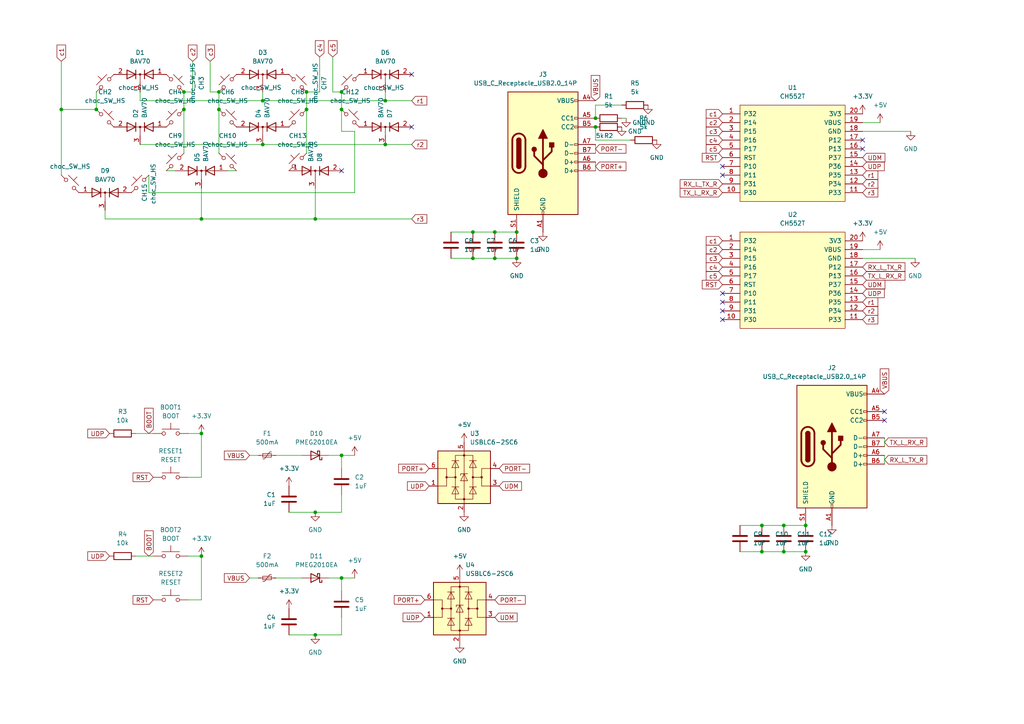
<source format=kicad_sch>
(kicad_sch (version 20231120) (generator "eeschema") (generator_version "8.0")
  (paper "A4")
  (lib_symbols
    (symbol "Connector:USB_C_Receptacle_USB2.0_14P" (pin_names (offset 1.016))
      (property "Reference" "J" (at 0 22.225 0))
      (property "Value" "USB_C_Receptacle_USB2.0_14P" (at 0 19.685 0))
      (symbol "USB_C_Receptacle_USB2.0_14P_0_0"
        (rectangle (start -0.254 -17.78) (end 0.254 -16.764))
        (rectangle (start 10.16 -4.826) (end 9.144 -5.334))
        (rectangle (start 10.16 -2.286) (end 9.144 -2.794))
        (rectangle (start 10.16 0.254) (end 9.144 -0.254))
        (rectangle (start 10.16 2.794) (end 9.144 2.286))
        (rectangle (start 10.16 7.874) (end 9.144 7.366))
        (rectangle (start 10.16 10.414) (end 9.144 9.906))
        (rectangle (start 10.16 15.494) (end 9.144 14.986))
      )
      (symbol "USB_C_Receptacle_USB2.0_14P_0_1"
        (rectangle (start -10.16 17.78) (end 10.16 -17.78) (stroke (width 0.254)) (fill (type background)))
        (arc (start -8.89 -3.81) (mid -6.985 -5.7067) (end -5.08 -3.81) (stroke (width 0.508)))
        (arc (start -7.62 -3.81) (mid -6.985 -4.4423) (end -6.35 -3.81) (stroke (width 0.254)))
        (arc (start -7.62 -3.81) (mid -6.985 -4.4423) (end -6.35 -3.81) (stroke (width 0.254)) (fill (type outline)))
        (rectangle (start -7.62 -3.81) (end -6.35 3.81) (stroke (width 0.254)) (fill (type outline)))
        (arc (start -6.35 3.81) (mid -6.985 4.4423) (end -7.62 3.81) (stroke (width 0.254)))
        (arc (start -6.35 3.81) (mid -6.985 4.4423) (end -7.62 3.81) (stroke (width 0.254)) (fill (type outline)))
        (arc (start -5.08 3.81) (mid -6.985 5.7067) (end -8.89 3.81) (stroke (width 0.508)))
        (circle (center -2.54 1.143) (radius 0.635) (stroke (width 0.254)) (fill (type outline)))
        (circle (center 0 -5.842) (radius 1.27) (fill (type outline)))
        (polyline (pts (xy -8.89 -3.81) (xy -8.89 3.81)) (stroke (width 0.508)))
        (polyline (pts (xy -5.08 3.81) (xy -5.08 -3.81)) (stroke (width 0.508)))
        (polyline (pts (xy 0 -5.842) (xy 0 4.318)) (stroke (width 0.508)))
        (polyline (pts (xy 0 -3.302) (xy -2.54 -0.762) (xy -2.54 0.508)) (stroke (width 0.508)))
        (polyline (pts (xy 0 -2.032) (xy 2.54 0.508) (xy 2.54 1.778)) (stroke (width 0.508)))
        (polyline (pts (xy -1.27 4.318) (xy 0 6.858) (xy 1.27 4.318) (xy -1.27 4.318)) (stroke (width 0.254)) (fill (type outline)))
        (rectangle (start 1.905 1.778) (end 3.175 3.048) (stroke (width 0.254)) (fill (type outline)))
      )
      (symbol "USB_C_Receptacle_USB2.0_14P_1_1"
        (pin passive line (at 0 -22.86 90) (length 5.08) (name "GND") (number "A1"))
        (pin passive line (at 0 -22.86 90) (length 5.08) hide (name "GND") (number "A12"))
        (pin passive line (at 15.24 15.24 180) (length 5.08) (name "VBUS") (number "A4"))
        (pin bidirectional line (at 15.24 10.16 180) (length 5.08) (name "CC1") (number "A5"))
        (pin bidirectional line (at 15.24 -2.54 180) (length 5.08) (name "D+") (number "A6"))
        (pin bidirectional line (at 15.24 2.54 180) (length 5.08) (name "D-") (number "A7"))
        (pin passive line (at 15.24 15.24 180) (length 5.08) hide (name "VBUS") (number "A9"))
        (pin passive line (at 0 -22.86 90) (length 5.08) hide (name "GND") (number "B1"))
        (pin passive line (at 0 -22.86 90) (length 5.08) hide (name "GND") (number "B12"))
        (pin passive line (at 15.24 15.24 180) (length 5.08) hide (name "VBUS") (number "B4"))
        (pin bidirectional line (at 15.24 7.62 180) (length 5.08) (name "CC2") (number "B5"))
        (pin bidirectional line (at 15.24 -5.08 180) (length 5.08) (name "D+") (number "B6"))
        (pin bidirectional line (at 15.24 0 180) (length 5.08) (name "D-") (number "B7"))
        (pin passive line (at 15.24 15.24 180) (length 5.08) hide (name "VBUS") (number "B9"))
        (pin passive line (at -7.62 -22.86 90) (length 5.08) (name "SHIELD") (number "S1"))
      )
    )
    (symbol "Device:C" (pin_numbers hide) (pin_names (offset 0.254))
      (property "Reference" "C" (at 0.635 2.54 0))
      (property "Value" "C" (at 0.635 -2.54 0))
      (symbol "C_0_1"
        (polyline (pts (xy -2.032 -0.762) (xy 2.032 -0.762)) (stroke (width 0.508)))
        (polyline (pts (xy -2.032 0.762) (xy 2.032 0.762)) (stroke (width 0.508)))
      )
      (symbol "C_1_1"
        (pin passive line (at 0 3.81 270) (length 2.794) (name "~") (number "1"))
        (pin passive line (at 0 -3.81 90) (length 2.794) (name "~") (number "2"))
      )
    )
    (symbol "Device:D_Schottky" (pin_numbers hide) (pin_names (offset 1.016) hide)
      (property "Reference" "D" (at 0 2.54 0))
      (property "Value" "D_Schottky" (at 0 -2.54 0))
      (symbol "D_Schottky_0_1"
        (polyline (pts (xy 1.27 0) (xy -1.27 0)))
        (polyline (pts (xy 1.27 1.27) (xy 1.27 -1.27) (xy -1.27 0) (xy 1.27 1.27)) (stroke (width 0.254)))
        (polyline (pts (xy -1.905 0.635) (xy -1.905 1.27) (xy -1.27 1.27) (xy -1.27 -1.27) (xy -0.635 -1.27) (xy -0.635 -0.635)) (stroke (width 0.254)))
      )
      (symbol "D_Schottky_1_1"
        (pin passive line (at -3.81 0 0) (length 2.54) (name "K") (number "1"))
        (pin passive line (at 3.81 0 180) (length 2.54) (name "A") (number "2"))
      )
    )
    (symbol "Device:Polyfuse_Small" (pin_numbers hide) (pin_names (offset 0))
      (property "Reference" "F" (at -1.905 0 90))
      (property "Value" "Polyfuse_Small" (at 1.905 0 90))
      (symbol "Polyfuse_Small_0_1"
        (rectangle (start -0.508 1.27) (end 0.508 -1.27))
        (polyline (pts (xy 0 2.54) (xy 0 -2.54)))
        (polyline (pts (xy -1.016 1.27) (xy -1.016 0.762) (xy 1.016 -0.762) (xy 1.016 -1.27)))
      )
      (symbol "Polyfuse_Small_1_1"
        (pin passive line (at 0 2.54 270) (length 0.635) (name "~") (number "1"))
        (pin passive line (at 0 -2.54 90) (length 0.635) (name "~") (number "2"))
      )
    )
    (symbol "Device:R" (pin_numbers hide) (pin_names (offset 0))
      (property "Reference" "R" (at 2.032 0 90))
      (property "Value" "R" (at 0 0 90))
      (symbol "R_0_1"
        (rectangle (start -1.016 -2.54) (end 1.016 2.54) (stroke (width 0.254)))
      )
      (symbol "R_1_1"
        (pin passive line (at 0 3.81 270) (length 1.27) (name "~") (number "1"))
        (pin passive line (at 0 -3.81 90) (length 1.27) (name "~") (number "2"))
      )
    )
    (symbol "Diode:BAV70" (pin_names hide)
      (property "Reference" "D" (at 0.635 -2.54 0))
      (property "Value" "BAV70" (at 0 2.54 0))
      (symbol "BAV70_0_1"
        (polyline (pts (xy -3.81 0) (xy 3.81 0)))
        (polyline (pts (xy 0 0) (xy 0 -2.54)))
        (polyline (pts (xy -1.27 -1.27) (xy -1.27 1.27) (xy -1.27 1.27)) (stroke (width 0.254)))
        (polyline (pts (xy 1.27 -1.27) (xy 1.27 1.27) (xy 1.27 1.27)) (stroke (width 0.254)))
        (polyline (pts (xy -3.81 1.27) (xy -1.27 0) (xy -3.81 -1.27) (xy -3.81 1.27) (xy -3.81 1.27) (xy -3.81 1.27)) (stroke (width 0.254)))
        (polyline (pts (xy 3.81 -1.27) (xy 1.27 0) (xy 3.81 1.27) (xy 3.81 -1.27) (xy 3.81 -1.27) (xy 3.81 -1.27)) (stroke (width 0.254)))
        (circle (center 0 0) (radius 0.254) (fill (type outline)))
        (pin passive line (at -7.62 0 0) (length 3.81) (name "A") (number "1"))
        (pin passive line (at 7.62 0 180) (length 3.81) (name "A") (number "2"))
        (pin passive line (at 0 -5.08 90) (length 2.54) (name "K") (number "3"))
      )
    )
    (symbol "PCM_marbastlib-choc:choc_SW_HS" (pin_numbers hide) (pin_names (offset 1.016) hide)
      (property "Reference" "CH" (at 3.048 1.016 0))
      (property "Value" "choc_SW_HS" (at 0 -3.81 0))
      (symbol "choc_SW_HS_0_1"
        (circle (center -1.1684 1.1684) (radius 0.508))
        (polyline (pts (xy -0.508 2.54) (xy 2.54 -0.508)))
        (polyline (pts (xy 1.016 1.016) (xy 2.032 2.032)))
        (polyline (pts (xy -2.54 2.54) (xy -1.524 1.524) (xy -1.524 1.524)))
        (polyline (pts (xy 1.524 -1.524) (xy 2.54 -2.54) (xy 2.54 -2.54) (xy 2.54 -2.54)))
        (circle (center 1.143 -1.1938) (radius 0.508))
        (pin passive line (at -2.54 2.54 0) (length 0) (name "1") (number "1"))
        (pin passive line (at 2.54 -2.54 180) (length 0) (name "2") (number "2"))
      )
    )
    (symbol "Power_Protection:USBLC6-2SC6" (pin_names hide)
      (property "Reference" "U" (at 2.54 8.89 0))
      (property "Value" "USBLC6-2SC6" (at 2.54 -8.89 0))
      (symbol "USBLC6-2SC6_0_1"
        (rectangle (start -7.62 -7.62) (end 7.62 7.62) (stroke (width 0.254)) (fill (type background)))
        (circle (center -5.08 0) (radius 0.254) (fill (type outline)))
        (circle (center -2.54 0) (radius 0.254) (fill (type outline)))
        (rectangle (start -2.54 6.35) (end 2.54 -6.35))
        (circle (center 0 -6.35) (radius 0.254) (fill (type outline)))
        (polyline (pts (xy -5.08 -2.54) (xy -7.62 -2.54)))
        (polyline (pts (xy -5.08 0) (xy -5.08 -2.54)))
        (polyline (pts (xy -5.08 2.54) (xy -7.62 2.54)))
        (polyline (pts (xy -1.524 -2.794) (xy -3.556 -2.794)))
        (polyline (pts (xy -1.524 4.826) (xy -3.556 4.826)))
        (polyline (pts (xy 0 -7.62) (xy 0 -6.35)))
        (polyline (pts (xy 0 -6.35) (xy 0 1.27)))
        (polyline (pts (xy 0 1.27) (xy 0 6.35)))
        (polyline (pts (xy 0 6.35) (xy 0 7.62)))
        (polyline (pts (xy 1.524 -2.794) (xy 3.556 -2.794)))
        (polyline (pts (xy 1.524 4.826) (xy 3.556 4.826)))
        (polyline (pts (xy 5.08 -2.54) (xy 7.62 -2.54)))
        (polyline (pts (xy 5.08 0) (xy 5.08 -2.54)))
        (polyline (pts (xy 5.08 2.54) (xy 7.62 2.54)))
        (polyline (pts (xy -2.54 0) (xy -5.08 0) (xy -5.08 2.54)))
        (polyline (pts (xy 2.54 0) (xy 5.08 0) (xy 5.08 2.54)))
        (polyline (pts (xy -3.556 -4.826) (xy -1.524 -4.826) (xy -2.54 -2.794) (xy -3.556 -4.826)))
        (polyline (pts (xy -3.556 2.794) (xy -1.524 2.794) (xy -2.54 4.826) (xy -3.556 2.794)))
        (polyline (pts (xy -1.016 -1.016) (xy 1.016 -1.016) (xy 0 1.016) (xy -1.016 -1.016)))
        (polyline (pts (xy 1.016 1.016) (xy 0.762 1.016) (xy -1.016 1.016) (xy -1.016 0.508)))
        (polyline (pts (xy 3.556 -4.826) (xy 1.524 -4.826) (xy 2.54 -2.794) (xy 3.556 -4.826)))
        (polyline (pts (xy 3.556 2.794) (xy 1.524 2.794) (xy 2.54 4.826) (xy 3.556 2.794)))
        (circle (center 0 6.35) (radius 0.254) (fill (type outline)))
        (circle (center 2.54 0) (radius 0.254) (fill (type outline)))
        (circle (center 5.08 0) (radius 0.254) (fill (type outline)))
      )
      (symbol "USBLC6-2SC6_1_1"
        (pin passive line (at -10.16 -2.54 0) (length 2.54) (name "I/O1") (number "1"))
        (pin passive line (at 0 -10.16 90) (length 2.54) (name "GND") (number "2"))
        (pin passive line (at 10.16 -2.54 180) (length 2.54) (name "I/O2") (number "3"))
        (pin passive line (at 10.16 2.54 180) (length 2.54) (name "I/O2") (number "4"))
        (pin passive line (at 0 10.16 270) (length 2.54) (name "VBUS") (number "5"))
        (pin passive line (at -10.16 2.54 0) (length 2.54) (name "I/O1") (number "6"))
      )
    )
    (symbol "ProjectLocal:CH552T" (pin_names (offset 1.016))
      (property "Reference" "U" (at -12.7 27.94 0))
      (property "Value" "CH552T" (at 0 12.7 90))
      (symbol "CH552T_0_1"
        (rectangle (start -15.24 25.4) (end 15.24 -2.54) (fill (type background)))
      )
      (symbol "CH552T_1_1"
        (pin bidirectional line (at -20.32 22.86 0) (length 5.08) (name "P32") (number "1"))
        (pin bidirectional line (at -20.32 0 0) (length 5.08) (name "P30") (number "10"))
        (pin bidirectional line (at 20.32 0 180) (length 5.08) (name "P33") (number "11"))
        (pin bidirectional line (at 20.32 2.54 180) (length 5.08) (name "P34") (number "12"))
        (pin bidirectional line (at 20.32 5.08 180) (length 5.08) (name "P35") (number "13"))
        (pin bidirectional line (at 20.32 7.62 180) (length 5.08) (name "P36") (number "14"))
        (pin bidirectional line (at 20.32 10.16 180) (length 5.08) (name "P37") (number "15"))
        (pin bidirectional line (at 20.32 12.7 180) (length 5.08) (name "P13") (number "16"))
        (pin bidirectional line (at 20.32 15.24 180) (length 5.08) (name "P12") (number "17"))
        (pin power_out line (at 20.32 17.78 180) (length 5.08) (name "GND") (number "18"))
        (pin power_out line (at 20.32 20.32 180) (length 5.08) (name "VBUS") (number "19"))
        (pin bidirectional line (at -20.32 20.32 0) (length 5.08) (name "P14") (number "2"))
        (pin power_out line (at 20.32 22.86 180) (length 5.08) (name "3V3") (number "20"))
        (pin bidirectional line (at -20.32 17.78 0) (length 5.08) (name "P15") (number "3"))
        (pin bidirectional line (at -20.32 15.24 0) (length 5.08) (name "P16") (number "4"))
        (pin bidirectional line (at -20.32 12.7 0) (length 5.08) (name "P17") (number "5"))
        (pin bidirectional line (at -20.32 10.16 0) (length 5.08) (name "RST") (number "6"))
        (pin bidirectional line (at -20.32 7.62 0) (length 5.08) (name "P10") (number "7"))
        (pin bidirectional line (at -20.32 5.08 0) (length 5.08) (name "P11") (number "8"))
        (pin bidirectional line (at -20.32 2.54 0) (length 5.08) (name "P31") (number "9"))
      )
    )
    (symbol "Switch:SW_Push" (pin_numbers hide) (pin_names (offset 1.016) hide)
      (property "Reference" "SW" (at 1.27 2.54 0))
      (property "Value" "SW_Push" (at 0 -1.524 0))
      (symbol "SW_Push_0_1"
        (circle (center -2.032 0) (radius 0.508))
        (polyline (pts (xy 0 1.27) (xy 0 3.048)))
        (polyline (pts (xy 2.54 1.27) (xy -2.54 1.27)))
        (circle (center 2.032 0) (radius 0.508))
        (pin passive line (at -5.08 0 0) (length 2.54) (name "1") (number "1"))
        (pin passive line (at 5.08 0 180) (length 2.54) (name "2") (number "2"))
      )
    )
    (symbol "power:+3.3V" (power) (pin_names (offset 0))
      (property "Value" "+3.3V" (at 0 3.556 0))
      (symbol "+3.3V_0_1"
        (polyline (pts (xy -0.762 1.27) (xy 0 2.54)))
        (polyline (pts (xy 0 0) (xy 0 2.54)))
        (polyline (pts (xy 0 2.54) (xy 0.762 1.27)))
      )
      (symbol "+3.3V_1_1"
        (pin power_in line (at 0 0 90) (length 0) hide (name "+3.3V") (number "1"))
      )
    )
    (symbol "power:+5V" (power) (pin_names (offset 0))
      (property "Value" "+5V" (at 0 3.556 0))
      (symbol "+5V_0_1"
        (polyline (pts (xy -0.762 1.27) (xy 0 2.54)))
        (polyline (pts (xy 0 0) (xy 0 2.54)))
        (polyline (pts (xy 0 2.54) (xy 0.762 1.27)))
      )
      (symbol "+5V_1_1"
        (pin power_in line (at 0 0 90) (length 0) hide (name "+5V") (number "1"))
      )
    )
    (symbol "power:GND" (power) (pin_names (offset 0))
      (property "Value" "GND" (at 0 -3.81 0))
      (symbol "GND_0_1"
        (polyline (pts (xy 0 0) (xy 0 -1.27) (xy 1.27 -1.27) (xy 0 -2.54) (xy -1.27 -1.27) (xy 0 -1.27)))
      )
      (symbol "GND_1_1"
        (pin power_in line (at 0 0 270) (length 0) hide (name "GND") (number "1"))
      )
    )
  )
  (junction (at 137.16 74.93))
  (junction (at 233.68 152.4))
  (junction (at 99.06 26.67))
  (junction (at 143.51 67.31))
  (junction (at 111.76 41.91))
  (junction (at 111.76 29.21))
  (junction (at 99.06 167.64))
  (junction (at 58.42 125.73))
  (junction (at 27.94 31.75))
  (junction (at 88.9 26.67))
  (junction (at 17.78 31.75))
  (junction (at 76.2 41.91))
  (junction (at 53.34 26.67))
  (junction (at 53.34 31.75))
  (junction (at 233.68 160.02))
  (junction (at 137.16 67.31))
  (junction (at 63.5 31.75))
  (junction (at 143.51 74.93))
  (junction (at 227.33 152.4))
  (junction (at 88.9 31.75))
  (junction (at 220.98 152.4))
  (junction (at 220.98 160.02))
  (junction (at 149.86 67.31))
  (junction (at 149.86 74.93))
  (junction (at 91.44 148.59))
  (junction (at 91.44 184.15))
  (junction (at 172.72 34.29))
  (junction (at 172.72 36.83))
  (junction (at 227.33 160.02))
  (junction (at 76.2 29.21))
  (junction (at 58.42 161.29))
  (junction (at 99.06 31.75))
  (junction (at 63.5 26.67))
  (junction (at 91.44 63.5))
  (junction (at 58.42 63.5))
  (junction (at 99.06 132.08))
  (no_connect (at 119.38 21.59))
  (no_connect (at 250.19 43.18))
  (no_connect (at 256.54 119.38))
  (no_connect (at 209.55 85.09))
  (no_connect (at 99.06 49.53))
  (no_connect (at 209.55 48.26))
  (no_connect (at 250.19 40.64))
  (no_connect (at 209.55 87.63))
  (no_connect (at 256.54 121.92))
  (no_connect (at 119.38 36.83))
  (no_connect (at 209.55 90.17))
  (no_connect (at 209.55 50.8))
  (no_connect (at 209.55 92.71))
  (wire (pts (xy 76.2 29.21) (xy 111.76 29.21)))
  (wire (pts (xy 53.34 26.67) (xy 53.34 31.75)))
  (wire (pts (xy 88.9 31.75) (xy 88.9 44.45)))
  (wire (pts (xy 55.88 17.78) (xy 55.88 26.67)))
  (wire (pts (xy 76.2 41.91) (xy 111.76 41.91)))
  (wire (pts (xy 48.26 49.53) (xy 50.8 49.53)))
  (wire (pts (xy 95.25 167.64) (xy 99.06 167.64)))
  (wire (pts (xy 30.48 63.5) (xy 58.42 63.5)))
  (wire (pts (xy 172.72 30.48) (xy 180.34 30.48)))
  (wire (pts (xy 40.64 26.67) (xy 40.64 29.21)))
  (wire (pts (xy 172.72 40.64) (xy 182.88 40.64)))
  (wire (pts (xy 214.63 160.02) (xy 220.98 160.02)))
  (wire (pts (xy 99.06 148.59) (xy 99.06 143.51)))
  (wire (pts (xy 66.04 49.53) (xy 68.58 49.53)))
  (wire (pts (xy 72.39 132.08) (xy 74.93 132.08)))
  (wire (pts (xy 137.16 67.31) (xy 143.51 67.31)))
  (wire (pts (xy 39.37 161.29) (xy 44.45 161.29)))
  (wire (pts (xy 58.42 63.5) (xy 58.42 54.61)))
  (wire (pts (xy 80.01 132.08) (xy 87.63 132.08)))
  (wire (pts (xy 17.78 17.78) (xy 17.78 31.75)))
  (wire (pts (xy 137.16 74.93) (xy 143.51 74.93)))
  (wire (pts (xy 256.54 127) (xy 256.54 129.54)))
  (wire (pts (xy 60.96 17.78) (xy 60.96 26.67)))
  (wire (pts (xy 54.61 173.99) (xy 58.42 173.99)))
  (wire (pts (xy 54.61 138.43) (xy 58.42 138.43)))
  (wire (pts (xy 92.71 16.51) (xy 92.71 26.67)))
  (wire (pts (xy 92.71 26.67) (xy 88.9 26.67)))
  (wire (pts (xy 91.44 63.5) (xy 119.38 63.5)))
  (wire (pts (xy 250.19 72.39) (xy 255.27 72.39)))
  (wire (pts (xy 43.18 55.88) (xy 102.87 55.88)))
  (wire (pts (xy 220.98 160.02) (xy 227.33 160.02)))
  (wire (pts (xy 91.44 148.59) (xy 99.06 148.59)))
  (wire (pts (xy 99.06 26.67) (xy 99.06 31.75)))
  (wire (pts (xy 220.98 152.4) (xy 227.33 152.4)))
  (wire (pts (xy 172.72 41.91) (xy 172.72 44.45)))
  (wire (pts (xy 172.72 46.99) (xy 172.72 49.53)))
  (wire (pts (xy 172.72 30.48) (xy 172.72 34.29)))
  (wire (pts (xy 55.88 26.67) (xy 53.34 26.67)))
  (wire (pts (xy 96.52 16.51) (xy 96.52 26.67)))
  (wire (pts (xy 40.64 29.21) (xy 76.2 29.21)))
  (wire (pts (xy 99.06 132.08) (xy 102.87 132.08)))
  (wire (pts (xy 27.94 26.67) (xy 27.94 31.75)))
  (wire (pts (xy 39.37 125.73) (xy 44.45 125.73)))
  (wire (pts (xy 17.78 31.75) (xy 17.78 50.8)))
  (wire (pts (xy 83.82 148.59) (xy 91.44 148.59)))
  (wire (pts (xy 250.19 74.93) (xy 265.43 74.93)))
  (wire (pts (xy 88.9 26.67) (xy 88.9 31.75)))
  (wire (pts (xy 256.54 132.08) (xy 256.54 134.62)))
  (wire (pts (xy 80.01 167.64) (xy 87.63 167.64)))
  (wire (pts (xy 99.06 167.64) (xy 99.06 171.45)))
  (wire (pts (xy 111.76 29.21) (xy 111.76 26.67)))
  (wire (pts (xy 102.87 55.88) (xy 102.87 38.1)))
  (wire (pts (xy 76.2 26.67) (xy 76.2 29.21)))
  (wire (pts (xy 83.82 184.15) (xy 91.44 184.15)))
  (wire (pts (xy 54.61 125.73) (xy 58.42 125.73)))
  (wire (pts (xy 58.42 63.5) (xy 91.44 63.5)))
  (wire (pts (xy 227.33 160.02) (xy 233.68 160.02)))
  (wire (pts (xy 143.51 74.93) (xy 149.86 74.93)))
  (wire (pts (xy 180.34 34.29) (xy 181.61 34.29)))
  (wire (pts (xy 227.33 152.4) (xy 233.68 152.4)))
  (wire (pts (xy 111.76 41.91) (xy 119.38 41.91)))
  (wire (pts (xy 91.44 54.61) (xy 91.44 63.5)))
  (wire (pts (xy 30.48 60.96) (xy 30.48 63.5)))
  (wire (pts (xy 250.19 35.56) (xy 255.27 35.56)))
  (wire (pts (xy 58.42 161.29) (xy 58.42 173.99)))
  (wire (pts (xy 91.44 184.15) (xy 99.06 184.15)))
  (wire (pts (xy 63.5 31.75) (xy 63.5 44.45)))
  (wire (pts (xy 143.51 67.31) (xy 149.86 67.31)))
  (wire (pts (xy 40.64 41.91) (xy 76.2 41.91)))
  (wire (pts (xy 60.96 26.67) (xy 63.5 26.67)))
  (wire (pts (xy 72.39 167.64) (xy 74.93 167.64)))
  (wire (pts (xy 250.19 38.1) (xy 264.16 38.1)))
  (wire (pts (xy 214.63 152.4) (xy 220.98 152.4)))
  (wire (pts (xy 130.81 74.93) (xy 137.16 74.93)))
  (wire (pts (xy 99.06 38.1) (xy 99.06 31.75)))
  (wire (pts (xy 102.87 38.1) (xy 99.06 38.1)))
  (wire (pts (xy 54.61 161.29) (xy 58.42 161.29)))
  (wire (pts (xy 99.06 132.08) (xy 99.06 135.89)))
  (wire (pts (xy 53.34 31.75) (xy 53.34 44.45)))
  (wire (pts (xy 99.06 167.64) (xy 102.87 167.64)))
  (wire (pts (xy 95.25 132.08) (xy 99.06 132.08)))
  (wire (pts (xy 111.76 29.21) (xy 119.38 29.21)))
  (wire (pts (xy 58.42 125.73) (xy 58.42 138.43)))
  (wire (pts (xy 63.5 26.67) (xy 63.5 31.75)))
  (wire (pts (xy 172.72 36.83) (xy 172.72 40.64)))
  (wire (pts (xy 17.78 31.75) (xy 27.94 31.75)))
  (wire (pts (xy 96.52 26.67) (xy 99.06 26.67)))
  (wire (pts (xy 43.18 50.8) (xy 43.18 55.88)))
  (wire (pts (xy 99.06 184.15) (xy 99.06 179.07)))
  (wire (pts (xy 130.81 67.31) (xy 137.16 67.31)))
  (global_label "BOOT" (shape input) (at 43.18 161.29 90) (property "Intersheetrefs" "${INTERSHEET_REFS}" (effects (hide yes))))
  (global_label "TX_L_RX_R" (shape input) (at 250.19 80.01 0) (property "Intersheetrefs" "${INTERSHEET_REFS}" (effects (hide yes))))
  (global_label "PORT+" (shape input) (at 123.19 173.99 180) (property "Intersheetrefs" "${INTERSHEET_REFS}" (effects (hide yes))))
  (global_label "VBUS" (shape input) (at 256.54 114.3 90) (property "Intersheetrefs" "${INTERSHEET_REFS}" (effects (hide yes))))
  (global_label "VBUS" (shape input) (at 72.39 167.64 180) (property "Intersheetrefs" "${INTERSHEET_REFS}" (effects (hide yes))))
  (global_label "UDP" (shape input) (at 250.19 85.09 0) (property "Intersheetrefs" "${INTERSHEET_REFS}" (effects (hide yes))))
  (global_label "r1" (shape input) (at 119.38 29.21 0) (property "Intersheetrefs" "${INTERSHEET_REFS}" (effects (hide yes))))
  (global_label "RX_L_TX_R" (shape input) (at 250.19 77.47 0) (property "Intersheetrefs" "${INTERSHEET_REFS}" (effects (hide yes))))
  (global_label "PORT+" (shape input) (at 172.72 48.26 0) (property "Intersheetrefs" "${INTERSHEET_REFS}" (effects (hide yes))))
  (global_label "c1" (shape input) (at 209.55 69.85 180) (property "Intersheetrefs" "${INTERSHEET_REFS}" (effects (hide yes))))
  (global_label "VBUS" (shape input) (at 72.39 132.08 180) (property "Intersheetrefs" "${INTERSHEET_REFS}" (effects (hide yes))))
  (global_label "r2" (shape input) (at 250.19 90.17 0) (property "Intersheetrefs" "${INTERSHEET_REFS}" (effects (hide yes))))
  (global_label "UDP" (shape input) (at 31.75 161.29 180) (property "Intersheetrefs" "${INTERSHEET_REFS}" (effects (hide yes))))
  (global_label "r3" (shape input) (at 250.19 55.88 0) (property "Intersheetrefs" "${INTERSHEET_REFS}" (effects (hide yes))))
  (global_label "UDM" (shape input) (at 250.19 82.55 0) (property "Intersheetrefs" "${INTERSHEET_REFS}" (effects (hide yes))))
  (global_label "c3" (shape input) (at 60.96 17.78 90) (property "Intersheetrefs" "${INTERSHEET_REFS}" (effects (hide yes))))
  (global_label "PORT+" (shape input) (at 124.46 135.89 180) (property "Intersheetrefs" "${INTERSHEET_REFS}" (effects (hide yes))))
  (global_label "r3" (shape input) (at 119.38 63.5 0) (property "Intersheetrefs" "${INTERSHEET_REFS}" (effects (hide yes))))
  (global_label "UDP" (shape input) (at 250.19 48.26 0) (property "Intersheetrefs" "${INTERSHEET_REFS}" (effects (hide yes))))
  (global_label "UDM" (shape input) (at 144.78 140.97 0) (property "Intersheetrefs" "${INTERSHEET_REFS}" (effects (hide yes))))
  (global_label "c1" (shape input) (at 209.55 33.02 180) (property "Intersheetrefs" "${INTERSHEET_REFS}" (effects (hide yes))))
  (global_label "RST" (shape input) (at 44.45 138.43 180) (property "Intersheetrefs" "${INTERSHEET_REFS}" (effects (hide yes))))
  (global_label "r2" (shape input) (at 250.19 53.34 0) (property "Intersheetrefs" "${INTERSHEET_REFS}" (effects (hide yes))))
  (global_label "c3" (shape input) (at 209.55 38.1 180) (property "Intersheetrefs" "${INTERSHEET_REFS}" (effects (hide yes))))
  (global_label "c2" (shape input) (at 209.55 72.39 180) (property "Intersheetrefs" "${INTERSHEET_REFS}" (effects (hide yes))))
  (global_label "UDP" (shape input) (at 123.19 179.07 180) (property "Intersheetrefs" "${INTERSHEET_REFS}" (effects (hide yes))))
  (global_label "r2" (shape input) (at 119.38 41.91 0) (property "Intersheetrefs" "${INTERSHEET_REFS}" (effects (hide yes))))
  (global_label "UDM" (shape input) (at 143.51 179.07 0) (property "Intersheetrefs" "${INTERSHEET_REFS}" (effects (hide yes))))
  (global_label "c4" (shape input) (at 209.55 77.47 180) (property "Intersheetrefs" "${INTERSHEET_REFS}" (effects (hide yes))))
  (global_label "PORT-" (shape input) (at 172.72 43.18 0) (property "Intersheetrefs" "${INTERSHEET_REFS}" (effects (hide yes))))
  (global_label "VBUS" (shape input) (at 172.72 29.21 90) (property "Intersheetrefs" "${INTERSHEET_REFS}" (effects (hide yes))))
  (global_label "RX_L_TX_R" (shape input) (at 209.55 53.34 180) (property "Intersheetrefs" "${INTERSHEET_REFS}" (effects (hide yes))))
  (global_label "RST" (shape input) (at 209.55 45.72 180) (property "Intersheetrefs" "${INTERSHEET_REFS}" (effects (hide yes))))
  (global_label "UDP" (shape input) (at 31.75 125.73 180) (property "Intersheetrefs" "${INTERSHEET_REFS}" (effects (hide yes))))
  (global_label "c2" (shape input) (at 55.88 17.78 90) (property "Intersheetrefs" "${INTERSHEET_REFS}" (effects (hide yes))))
  (global_label "PORT-" (shape input) (at 143.51 173.99 0) (property "Intersheetrefs" "${INTERSHEET_REFS}" (effects (hide yes))))
  (global_label "c1" (shape input) (at 17.78 17.78 90) (property "Intersheetrefs" "${INTERSHEET_REFS}" (effects (hide yes))))
  (global_label "TX_L_RX_R" (shape input) (at 256.54 128.27 0) (property "Intersheetrefs" "${INTERSHEET_REFS}" (effects (hide yes))))
  (global_label "PORT-" (shape input) (at 144.78 135.89 0) (property "Intersheetrefs" "${INTERSHEET_REFS}" (effects (hide yes))))
  (global_label "c5" (shape input) (at 209.55 80.01 180) (property "Intersheetrefs" "${INTERSHEET_REFS}" (effects (hide yes))))
  (global_label "UDM" (shape input) (at 250.19 45.72 0) (property "Intersheetrefs" "${INTERSHEET_REFS}" (effects (hide yes))))
  (global_label "c5" (shape input) (at 209.55 43.18 180) (property "Intersheetrefs" "${INTERSHEET_REFS}" (effects (hide yes))))
  (global_label "c3" (shape input) (at 209.55 74.93 180) (property "Intersheetrefs" "${INTERSHEET_REFS}" (effects (hide yes))))
  (global_label "RX_L_TX_R" (shape input) (at 256.54 133.35 0) (property "Intersheetrefs" "${INTERSHEET_REFS}" (effects (hide yes))))
  (global_label "RST" (shape input) (at 209.55 82.55 180) (property "Intersheetrefs" "${INTERSHEET_REFS}" (effects (hide yes))))
  (global_label "r3" (shape input) (at 250.19 92.71 0) (property "Intersheetrefs" "${INTERSHEET_REFS}" (effects (hide yes))))
  (global_label "TX_L_RX_R" (shape input) (at 209.55 55.88 180) (property "Intersheetrefs" "${INTERSHEET_REFS}" (effects (hide yes))))
  (global_label "BOOT" (shape input) (at 43.18 125.73 90) (property "Intersheetrefs" "${INTERSHEET_REFS}" (effects (hide yes))))
  (global_label "c5" (shape input) (at 96.52 16.51 90) (property "Intersheetrefs" "${INTERSHEET_REFS}" (effects (hide yes))))
  (global_label "c4" (shape input) (at 209.55 40.64 180) (property "Intersheetrefs" "${INTERSHEET_REFS}" (effects (hide yes))))
  (global_label "UDP" (shape input) (at 124.46 140.97 180) (property "Intersheetrefs" "${INTERSHEET_REFS}" (effects (hide yes))))
  (global_label "c4" (shape input) (at 92.71 16.51 90) (property "Intersheetrefs" "${INTERSHEET_REFS}" (effects (hide yes))))
  (global_label "r1" (shape input) (at 250.19 87.63 0) (property "Intersheetrefs" "${INTERSHEET_REFS}" (effects (hide yes))))
  (global_label "RST" (shape input) (at 44.45 173.99 180) (property "Intersheetrefs" "${INTERSHEET_REFS}" (effects (hide yes))))
  (global_label "r1" (shape input) (at 250.19 50.8 0) (property "Intersheetrefs" "${INTERSHEET_REFS}" (effects (hide yes))))
  (global_label "c2" (shape input) (at 209.55 35.56 180) (property "Intersheetrefs" "${INTERSHEET_REFS}" (effects (hide yes))))
  (symbol (lib_id "Device:C") (at 233.68 156.21 0) (unit 1)
    (property "Reference" "C12" (at 237.49 154.94 0) (effects (justify left)))
    (property "Value" "1uF" (at 237.49 157.48 0) (effects (justify left)))
    (property "Footprint" "Capacitor_SMD:C_0603_1608Metric_Pad1.08x0.95mm_HandSolder" (effects (hide yes)))
  )
  (symbol (lib_id "power:GND") (at 233.68 160.02 0) (mirror y) (unit 1)
    (property "Reference" "#PWR030" (effects (hide yes)))
    (property "Value" "GND" (at 233.68 165.1 0))
  )
  (symbol (lib_id "Device:C") (at 137.16 71.12 0) (unit 1)
    (property "Reference" "C7" (at 140.97 69.85 0) (effects (justify left)))
    (property "Value" "1uF" (at 140.97 72.39 0) (effects (justify left)))
    (property "Footprint" "Capacitor_SMD:C_0603_1608Metric_Pad1.08x0.95mm_HandSolder" (effects (hide yes)))
  )
  (symbol (lib_id "PCM_marbastlib-choc:choc_SW_HS") (at 30.48 24.13 90) (unit 1)
    (property "Reference" "CH1" (effects (hide yes)))
    (property "Value" "choc_SW_HS" (at 34.29 25.4 90) (effects (justify right)))
    (property "Footprint" "s-ol:PG1350_hotswap_reversible" (effects (hide yes)))
  )
  (symbol (lib_id "Diode:BAV70") (at 58.42 49.53 0) (mirror y) (unit 1)
    (property "Reference" "D5" (at 57.15 46.99 90) (effects (justify left)))
    (property "Value" "BAV70" (at 59.69 46.99 90) (effects (justify left)))
    (property "Footprint" "Package_TO_SOT_SMD:SOT-23" (effects (hide yes)))
    (property "Datasheet" "https://assets.nexperia.com/documents/data-sheet/BAV70_SER.pdf" (effects (hide yes)))
  )
  (symbol (lib_id "Diode:BAV70") (at 111.76 21.59 0) (unit 1)
    (property "Reference" "D6" (at 111.76 15.24 0))
    (property "Value" "BAV70" (at 111.76 17.78 0))
    (property "Footprint" "Package_TO_SOT_SMD:SOT-23" (effects (hide yes)))
    (property "Datasheet" "https://assets.nexperia.com/documents/data-sheet/BAV70_SER.pdf" (effects (hide yes)))
  )
  (symbol (lib_id "PCM_marbastlib-choc:choc_SW_HS") (at 66.04 46.99 0) (unit 1)
    (property "Reference" "CH10" (at 66.04 39.37 0))
    (property "Value" "choc_SW_HS" (at 66.04 41.91 0))
    (property "Footprint" "s-ol:PG1350_hotswap_reversible" (effects (hide yes)))
  )
  (symbol (lib_id "ProjectLocal:CH552T") (at 229.87 92.71 0) (unit 1)
    (property "Reference" "U2" (at 229.87 62.23 0))
    (property "Value" "CH552T" (at 229.87 64.77 0))
    (property "Footprint" "Package_SO:TSSOP-20_4.4x6.5mm_P0.65mm" (effects (hide yes)))
    (property "LCSC" "C111367" (effects (hide yes)))
  )
  (symbol (lib_id "Device:C") (at 83.82 180.34 0) (unit 1)
    (property "Reference" "C4" (at 80.01 179.07 0) (effects (justify right)))
    (property "Value" "1uF" (at 80.01 181.61 0) (effects (justify right)))
    (property "Footprint" "Capacitor_SMD:C_0603_1608Metric_Pad1.08x0.95mm_HandSolder" (effects (hide yes)))
  )
  (symbol (lib_id "power:+3.3V") (at 250.19 33.02 0) (unit 1)
    (property "Reference" "#PWR07" (effects (hide yes)))
    (property "Value" "+3.3V" (at 250.19 27.94 0))
  )
  (symbol (lib_id "power:+5V") (at 102.87 167.64 0) (unit 1)
    (property "Reference" "#PWR020" (effects (hide yes)))
    (property "Value" "+5V" (at 102.87 162.56 0))
  )
  (symbol (lib_id "Device:C") (at 99.06 175.26 0) (unit 1)
    (property "Reference" "C5" (at 102.87 173.99 0) (effects (justify left)))
    (property "Value" "1uF" (at 102.87 176.53 0) (effects (justify left)))
    (property "Footprint" "Capacitor_SMD:C_0603_1608Metric_Pad1.08x0.95mm_HandSolder" (effects (hide yes)))
  )
  (symbol (lib_id "Device:R") (at 176.53 36.83 90) (unit 1)
    (property "Reference" "R2" (at 176.53 39.37 90))
    (property "Value" "5k" (at 173.99 39.37 90))
    (property "Footprint" "Resistor_SMD:R_0603_1608Metric_Pad0.98x0.95mm_HandSolder" (effects (hide yes)))
  )
  (symbol (lib_id "Power_Protection:USBLC6-2SC6") (at 133.35 176.53 0) (unit 1)
    (property "Reference" "U4" (at 135.0011 163.83 0) (effects (justify left)))
    (property "Value" "USBLC6-2SC6" (at 135.0011 166.37 0) (effects (justify left)))
    (property "Footprint" "Package_TO_SOT_SMD:SOT-23-6" (effects (hide yes)))
    (property "Datasheet" "https://www.st.com/resource/en/datasheet/usblc6-2.pdf" (effects (hide yes)))
  )
  (symbol (lib_id "Diode:BAV70") (at 91.44 49.53 0) (unit 1)
    (property "Reference" "D8" (at 92.71 46.99 90) (effects (justify left)))
    (property "Value" "BAV70" (at 90.17 46.99 90) (effects (justify left)))
    (property "Footprint" "Package_TO_SOT_SMD:SOT-23" (effects (hide yes)))
    (property "Datasheet" "https://assets.nexperia.com/documents/data-sheet/BAV70_SER.pdf" (effects (hide yes)))
  )
  (symbol (lib_id "power:GND") (at 149.86 74.93 0) (mirror y) (unit 1)
    (property "Reference" "#PWR014" (effects (hide yes)))
    (property "Value" "GND" (at 149.86 80.01 0))
  )
  (symbol (lib_id "Device:C") (at 220.98 156.21 0) (unit 1)
    (property "Reference" "C10" (at 224.79 154.94 0) (effects (justify left)))
    (property "Value" "1uF" (at 224.79 157.48 0) (effects (justify left)))
    (property "Footprint" "Capacitor_SMD:C_0603_1608Metric_Pad1.08x0.95mm_HandSolder" (effects (hide yes)))
  )
  (symbol (lib_id "Diode:BAV70") (at 76.2 21.59 0) (mirror y) (unit 1)
    (property "Reference" "D3" (at 76.2 15.24 0))
    (property "Value" "BAV70" (at 76.2 17.78 0))
    (property "Footprint" "Package_TO_SOT_SMD:SOT-23" (effects (hide yes)))
    (property "Datasheet" "https://assets.nexperia.com/documents/data-sheet/BAV70_SER.pdf" (effects (hide yes)))
  )
  (symbol (lib_id "Device:C") (at 130.81 71.12 0) (unit 1)
    (property "Reference" "C8" (at 134.62 69.85 0) (effects (justify left)))
    (property "Value" "1uF" (at 134.62 72.39 0) (effects (justify left)))
    (property "Footprint" "Capacitor_SMD:C_0603_1608Metric_Pad1.08x0.95mm_HandSolder" (effects (hide yes)))
  )
  (symbol (lib_id "PCM_marbastlib-choc:choc_SW_HS") (at 40.64 53.34 0) (mirror y) (unit 1)
    (property "Reference" "CH15" (at 41.91 55.88 90))
    (property "Value" "choc_SW_HS" (at 44.45 53.34 90))
    (property "Footprint" "s-ol:PG1350_hotswap_reversible" (effects (hide yes)))
  )
  (symbol (lib_id "PCM_marbastlib-choc:choc_SW_HS") (at 66.04 34.29 0) (unit 1)
    (property "Reference" "CH6" (at 66.04 26.67 0))
    (property "Value" "choc_SW_HS" (at 66.04 29.21 0))
    (property "Footprint" "s-ol:PG1350_hotswap_reversible" (effects (hide yes)))
  )
  (symbol (lib_id "Device:R") (at 184.15 30.48 90) (unit 1)
    (property "Reference" "R5" (at 184.15 24.13 90))
    (property "Value" "5k" (at 184.15 26.67 90))
    (property "Footprint" "Resistor_SMD:R_0603_1608Metric_Pad0.98x0.95mm_HandSolder" (effects (hide yes)))
  )
  (symbol (lib_id "power:GND") (at 264.16 38.1 0) (unit 1)
    (property "Reference" "#PWR015" (effects (hide yes)))
    (property "Value" "GND" (at 264.16 43.18 0))
  )
  (symbol (lib_id "power:GND") (at 265.43 74.93 0) (unit 1)
    (property "Reference" "#PWR06" (effects (hide yes)))
    (property "Value" "GND" (at 265.43 80.01 0))
  )
  (symbol (lib_id "power:+5V") (at 255.27 72.39 0) (unit 1)
    (property "Reference" "#PWR05" (effects (hide yes)))
    (property "Value" "+5V" (at 255.27 67.31 0))
  )
  (symbol (lib_id "power:GND") (at 180.34 36.83 0) (unit 1)
    (property "Reference" "#PWR03" (effects (hide yes)))
    (property "Value" "GND" (at 184.15 38.1 0))
  )
  (symbol (lib_id "power:+3.3V") (at 83.82 176.53 0) (mirror y) (unit 1)
    (property "Reference" "#PWR018" (effects (hide yes)))
    (property "Value" "+3.3V" (at 83.82 171.45 0))
  )
  (symbol (lib_id "Diode:BAV70") (at 111.76 36.83 0) (unit 1)
    (property "Reference" "D7" (at 113.03 34.29 90) (effects (justify left)))
    (property "Value" "BAV70" (at 110.49 34.29 90) (effects (justify left)))
    (property "Footprint" "Package_TO_SOT_SMD:SOT-23" (effects (hide yes)))
    (property "Datasheet" "https://assets.nexperia.com/documents/data-sheet/BAV70_SER.pdf" (effects (hide yes)))
  )
  (symbol (lib_id "PCM_marbastlib-choc:choc_SW_HS") (at 50.8 46.99 0) (mirror y) (unit 1)
    (property "Reference" "CH9" (at 50.8 39.37 0))
    (property "Value" "choc_SW_HS" (at 50.8 41.91 0))
    (property "Footprint" "s-ol:PG1350_hotswap_reversible" (effects (hide yes)))
  )
  (symbol (lib_id "Device:R") (at 176.53 34.29 90) (unit 1)
    (property "Reference" "R1" (at 176.53 27.94 90))
    (property "Value" "5k" (at 176.53 30.48 90))
    (property "Footprint" "Resistor_SMD:R_0603_1608Metric_Pad0.98x0.95mm_HandSolder" (effects (hide yes)))
  )
  (symbol (lib_id "Device:D_Schottky") (at 91.44 132.08 180) (unit 1)
    (property "Reference" "D10" (at 91.7575 125.73 0))
    (property "Value" "PMEG2010EA" (at 91.7575 128.27 0))
    (property "Footprint" "Diode_SMD:D_SOD-323_HandSoldering" (effects (hide yes)))
  )
  (symbol (lib_id "PCM_marbastlib-choc:choc_SW_HS") (at 66.04 24.13 90) (unit 1)
    (property "Reference" "CH5" (effects (hide yes)))
    (property "Value" "choc_SW_HS" (at 69.85 25.4 90) (effects (justify right)))
    (property "Footprint" "s-ol:PG1350_hotswap_reversible" (effects (hide yes)))
  )
  (symbol (lib_id "Device:C") (at 149.86 71.12 0) (unit 1)
    (property "Reference" "C3" (at 153.67 69.85 0) (effects (justify left)))
    (property "Value" "1uF" (at 153.67 72.39 0) (effects (justify left)))
    (property "Footprint" "Capacitor_SMD:C_0603_1608Metric_Pad1.08x0.95mm_HandSolder" (effects (hide yes)))
  )
  (symbol (lib_id "Diode:BAV70") (at 76.2 36.83 0) (mirror y) (unit 1)
    (property "Reference" "D4" (at 74.93 34.29 90) (effects (justify left)))
    (property "Value" "BAV70" (at 77.47 34.29 90) (effects (justify left)))
    (property "Footprint" "Package_TO_SOT_SMD:SOT-23" (effects (hide yes)))
    (property "Datasheet" "https://assets.nexperia.com/documents/data-sheet/BAV70_SER.pdf" (effects (hide yes)))
  )
  (symbol (lib_id "power:+3.3V") (at 58.42 125.73 0) (unit 1)
    (property "Reference" "#PWR016" (effects (hide yes)))
    (property "Value" "+3.3V" (at 58.42 120.65 0))
  )
  (symbol (lib_id "Device:C") (at 227.33 156.21 0) (unit 1)
    (property "Reference" "C11" (at 231.14 154.94 0) (effects (justify left)))
    (property "Value" "1uF" (at 231.14 157.48 0) (effects (justify left)))
    (property "Footprint" "Capacitor_SMD:C_0603_1608Metric_Pad1.08x0.95mm_HandSolder" (effects (hide yes)))
  )
  (symbol (lib_id "Device:R") (at 186.69 40.64 270) (mirror x) (unit 1)
    (property "Reference" "R6" (at 186.69 34.29 90))
    (property "Value" "5k" (at 186.69 36.83 90))
    (property "Footprint" "Resistor_SMD:R_0603_1608Metric_Pad0.98x0.95mm_HandSolder" (effects (hide yes)))
  )
  (symbol (lib_id "PCM_marbastlib-choc:choc_SW_HS") (at 101.6 24.13 90) (unit 1)
    (property "Reference" "CH11" (effects (hide yes)))
    (property "Value" "choc_SW_HS" (at 105.41 25.4 90) (effects (justify right)))
    (property "Footprint" "s-ol:PG1350_hotswap_reversible" (effects (hide yes)))
  )
  (symbol (lib_id "Device:Polyfuse_Small") (at 77.47 167.64 270) (unit 1)
    (property "Reference" "F2" (at 77.47 161.29 90))
    (property "Value" "500mA" (at 77.47 163.83 90))
    (property "Footprint" "Fuse:Fuse_0603_1608Metric_Pad1.05x0.95mm_HandSolder" (effects (hide yes)))
  )
  (symbol (lib_id "power:GND") (at 134.62 148.59 0) (unit 1)
    (property "Reference" "#PWR013" (effects (hide yes)))
    (property "Value" "GND" (at 134.62 153.67 0))
  )
  (symbol (lib_id "power:GND") (at 181.61 34.29 0) (unit 1)
    (property "Reference" "#PWR04" (effects (hide yes)))
    (property "Value" "GND" (at 185.42 35.56 0))
  )
  (symbol (lib_id "Device:R") (at 35.56 161.29 90) (unit 1)
    (property "Reference" "R4" (at 35.56 154.94 90))
    (property "Value" "10k" (at 35.56 157.48 90))
    (property "Footprint" "Resistor_SMD:R_0603_1608Metric_Pad0.98x0.95mm_HandSolder" (effects (hide yes)))
  )
  (symbol (lib_id "Diode:BAV70") (at 40.64 36.83 0) (mirror y) (unit 1)
    (property "Reference" "D2" (at 39.37 34.29 90) (effects (justify left)))
    (property "Value" "BAV70" (at 41.91 34.29 90) (effects (justify left)))
    (property "Footprint" "Package_TO_SOT_SMD:SOT-23" (effects (hide yes)))
    (property "Datasheet" "https://assets.nexperia.com/documents/data-sheet/BAV70_SER.pdf" (effects (hide yes)))
  )
  (symbol (lib_id "power:GND") (at 187.96 30.48 0) (unit 1)
    (property "Reference" "#PWR023" (effects (hide yes)))
    (property "Value" "GND" (at 187.96 35.56 0))
  )
  (symbol (lib_id "Device:C") (at 99.06 139.7 0) (unit 1)
    (property "Reference" "C2" (at 102.87 138.43 0) (effects (justify left)))
    (property "Value" "1uF" (at 102.87 140.97 0) (effects (justify left)))
    (property "Footprint" "Capacitor_SMD:C_0603_1608Metric_Pad1.08x0.95mm_HandSolder" (effects (hide yes)))
  )
  (symbol (lib_id "Device:Polyfuse_Small") (at 77.47 132.08 270) (unit 1)
    (property "Reference" "F1" (at 77.47 125.73 90))
    (property "Value" "500mA" (at 77.47 128.27 90))
    (property "Footprint" "Fuse:Fuse_0603_1608Metric_Pad1.05x0.95mm_HandSolder" (effects (hide yes)))
  )
  (symbol (lib_id "PCM_marbastlib-choc:choc_SW_HS") (at 50.8 24.13 270) (mirror x) (unit 1)
    (property "Reference" "CH3" (at 58.42 24.13 0))
    (property "Value" "choc_SW_HS" (at 55.88 24.13 0))
    (property "Footprint" "s-ol:PG1350_hotswap_reversible" (effects (hide yes)))
  )
  (symbol (lib_id "Device:C") (at 83.82 144.78 0) (unit 1)
    (property "Reference" "C1" (at 80.01 143.51 0) (effects (justify right)))
    (property "Value" "1uF" (at 80.01 146.05 0) (effects (justify right)))
    (property "Footprint" "Capacitor_SMD:C_0603_1608Metric_Pad1.08x0.95mm_HandSolder" (effects (hide yes)))
  )
  (symbol (lib_id "Device:R") (at 35.56 125.73 90) (unit 1)
    (property "Reference" "R3" (at 35.56 119.38 90))
    (property "Value" "10k" (at 35.56 121.92 90))
    (property "Footprint" "Resistor_SMD:R_0603_1608Metric_Pad0.98x0.95mm_HandSolder" (effects (hide yes)))
  )
  (symbol (lib_id "power:GND") (at 157.48 67.31 0) (unit 1)
    (property "Reference" "#PWR08" (effects (hide yes)))
    (property "Value" "GND" (at 157.48 72.39 0))
  )
  (symbol (lib_id "PCM_marbastlib-choc:choc_SW_HS") (at 101.6 34.29 0) (unit 1)
    (property "Reference" "CH12" (at 101.6 26.67 0))
    (property "Value" "choc_SW_HS" (at 101.6 29.21 0))
    (property "Footprint" "s-ol:PG1350_hotswap_reversible" (effects (hide yes)))
  )
  (symbol (lib_id "power:+5V") (at 102.87 132.08 0) (unit 1)
    (property "Reference" "#PWR011" (effects (hide yes)))
    (property "Value" "+5V" (at 102.87 127 0))
  )
  (symbol (lib_id "Connector:USB_C_Receptacle_USB2.0_14P") (at 157.48 44.45 0) (unit 1)
    (property "Reference" "J3" (at 157.48 21.59 0))
    (property "Value" "USB_C_Receptacle_USB2.0_14P" (at 152.4 24.13 0))
    (property "Footprint" "PCM_marbastlib-various:USB_C_Receptacle_HRO_TYPE-C-31-M-14" (effects (hide yes)))
    (property "Datasheet" "https://www.usb.org/sites/default/files/documents/usb_type-c.zip" (effects (hide yes)))
  )
  (symbol (lib_id "power:+5V") (at 255.27 35.56 0) (unit 1)
    (property "Reference" "#PWR01" (effects (hide yes)))
    (property "Value" "+5V" (at 255.27 30.48 0))
  )
  (symbol (lib_id "Switch:SW_Push") (at 49.53 138.43 0) (unit 1)
    (property "Reference" "RESET1" (at 49.53 130.81 0))
    (property "Value" "RESET" (at 49.53 133.35 0))
    (property "Footprint" "Button_Switch_SMD:SW_Push_SPST_NO_Alps_SKRK" (effects (hide yes)))
  )
  (symbol (lib_id "power:+3.3V") (at 58.42 161.29 0) (unit 1)
    (property "Reference" "#PWR017" (effects (hide yes)))
    (property "Value" "+3.3V" (at 58.42 156.21 0))
  )
  (symbol (lib_id "power:+5V") (at 134.62 128.27 0) (unit 1)
    (property "Reference" "#PWR012" (effects (hide yes)))
    (property "Value" "+5V" (at 134.62 123.19 0))
  )
  (symbol (lib_id "power:GND") (at 133.35 186.69 0) (unit 1)
    (property "Reference" "#PWR022" (effects (hide yes)))
    (property "Value" "GND" (at 133.35 191.77 0))
  )
  (symbol (lib_id "power:GND") (at 91.44 184.15 0) (unit 1)
    (property "Reference" "#PWR019" (effects (hide yes)))
    (property "Value" "GND" (at 91.44 189.23 0))
  )
  (symbol (lib_id "Switch:SW_Push") (at 49.53 161.29 0) (unit 1)
    (property "Reference" "BOOT2" (at 49.53 153.67 0))
    (property "Value" "BOOT" (at 49.53 156.21 0))
    (property "Footprint" "Button_Switch_SMD:SW_Push_SPST_NO_Alps_SKRK" (effects (hide yes)))
  )
  (symbol (lib_id "power:+5V") (at 133.35 166.37 0) (unit 1)
    (property "Reference" "#PWR021" (effects (hide yes)))
    (property "Value" "+5V" (at 133.35 161.29 0))
  )
  (symbol (lib_id "power:GND") (at 190.5 40.64 0) (unit 1)
    (property "Reference" "#PWR024" (effects (hide yes)))
    (property "Value" "GND" (at 190.5 45.72 0))
  )
  (symbol (lib_id "PCM_marbastlib-choc:choc_SW_HS") (at 20.32 53.34 0) (unit 1)
    (property "Reference" "CH14" (effects (hide yes)))
    (property "Value" "choc_SW_HS" (at 20.32 48.26 0))
    (property "Footprint" "s-ol:PG1350_hotswap_reversible" (effects (hide yes)))
  )
  (symbol (lib_id "Diode:BAV70") (at 30.48 55.88 0) (unit 1)
    (property "Reference" "D9" (at 30.48 49.53 0))
    (property "Value" "BAV70" (at 30.48 52.07 0))
    (property "Footprint" "Package_TO_SOT_SMD:SOT-23" (effects (hide yes)))
    (property "Datasheet" "https://assets.nexperia.com/documents/data-sheet/BAV70_SER.pdf" (effects (hide yes)))
  )
  (symbol (lib_id "Power_Protection:USBLC6-2SC6") (at 134.62 138.43 0) (unit 1)
    (property "Reference" "U3" (at 136.2711 125.73 0) (effects (justify left)))
    (property "Value" "USBLC6-2SC6" (at 136.2711 128.27 0) (effects (justify left)))
    (property "Footprint" "Package_TO_SOT_SMD:SOT-23-6" (effects (hide yes)))
    (property "Datasheet" "https://www.st.com/resource/en/datasheet/usblc6-2.pdf" (effects (hide yes)))
  )
  (symbol (lib_id "Device:D_Schottky") (at 91.44 167.64 180) (unit 1)
    (property "Reference" "D11" (at 91.7575 161.29 0))
    (property "Value" "PMEG2010EA" (at 91.7575 163.83 0))
    (property "Footprint" "Diode_SMD:D_SOD-323_HandSoldering" (effects (hide yes)))
  )
  (symbol (lib_id "PCM_marbastlib-choc:choc_SW_HS") (at 30.48 34.29 0) (unit 1)
    (property "Reference" "CH2" (at 30.48 26.67 0))
    (property "Value" "choc_SW_HS" (at 30.48 29.21 0))
    (property "Footprint" "s-ol:PG1350_hotswap_reversible" (effects (hide yes)))
  )
  (symbol (lib_id "Device:C") (at 214.63 156.21 0) (unit 1)
    (property "Reference" "C9" (at 218.44 154.94 0) (effects (justify left)))
    (property "Value" "1uF" (at 218.44 157.48 0) (effects (justify left)))
    (property "Footprint" "Capacitor_SMD:C_0603_1608Metric_Pad1.08x0.95mm_HandSolder" (effects (hide yes)))
  )
  (symbol (lib_id "Switch:SW_Push") (at 49.53 125.73 0) (unit 1)
    (property "Reference" "BOOT1" (at 49.53 118.11 0))
    (property "Value" "BOOT" (at 49.53 120.65 0))
    (property "Footprint" "Button_Switch_SMD:SW_Push_SPST_NO_Alps_SKRK" (effects (hide yes)))
  )
  (symbol (lib_id "PCM_marbastlib-choc:choc_SW_HS") (at 86.36 34.29 0) (mirror y) (unit 1)
    (property "Reference" "CH8" (at 86.36 26.67 0))
    (property "Value" "choc_SW_HS" (at 86.36 29.21 0))
    (property "Footprint" "s-ol:PG1350_hotswap_reversible" (effects (hide yes)))
  )
  (symbol (lib_id "Switch:SW_Push") (at 49.53 173.99 0) (unit 1)
    (property "Reference" "RESET2" (at 49.53 166.37 0))
    (property "Value" "RESET" (at 49.53 168.91 0))
    (property "Footprint" "Button_Switch_SMD:SW_Push_SPST_NO_Alps_SKRK" (effects (hide yes)))
  )
  (symbol (lib_id "power:GND") (at 241.3 152.4 0) (unit 1)
    (property "Reference" "#PWR025" (effects (hide yes)))
    (property "Value" "GND" (at 241.3 157.48 0))
  )
  (symbol (lib_id "power:GND") (at 91.44 148.59 0) (unit 1)
    (property "Reference" "#PWR010" (effects (hide yes)))
    (property "Value" "GND" (at 91.44 153.67 0))
  )
  (symbol (lib_id "Connector:USB_C_Receptacle_USB2.0_14P") (at 241.3 129.54 0) (unit 1)
    (property "Reference" "J2" (at 241.3 106.68 0))
    (property "Value" "USB_C_Receptacle_USB2.0_14P" (at 236.22 109.22 0))
    (property "Footprint" "PCM_marbastlib-various:USB_C_Receptacle_HRO_TYPE-C-31-M-14" (effects (hide yes)))
    (property "Datasheet" "https://www.usb.org/sites/default/files/documents/usb_type-c.zip" (effects (hide yes)))
  )
  (symbol (lib_id "ProjectLocal:CH552T") (at 229.87 55.88 0) (unit 1)
    (property "Reference" "U1" (at 229.87 25.4 0))
    (property "Value" "CH552T" (at 229.87 27.94 0))
    (property "Footprint" "Package_SO:TSSOP-20_4.4x6.5mm_P0.65mm" (effects (hide yes)))
    (property "LCSC" "C111367" (effects (hide yes)))
  )
  (symbol (lib_id "Diode:BAV70") (at 40.64 21.59 0) (mirror y) (unit 1)
    (property "Reference" "D1" (at 40.64 15.24 0))
    (property "Value" "BAV70" (at 40.64 17.78 0))
    (property "Footprint" "Package_TO_SOT_SMD:SOT-23" (effects (hide yes)))
    (property "Datasheet" "https://assets.nexperia.com/documents/data-sheet/BAV70_SER.pdf" (effects (hide yes)))
  )
  (symbol (lib_id "power:+3.3V") (at 250.19 69.85 0) (unit 1)
    (property "Reference" "#PWR02" (effects (hide yes)))
    (property "Value" "+3.3V" (at 250.19 64.77 0))
  )
  (symbol (lib_id "PCM_marbastlib-choc:choc_SW_HS") (at 50.8 34.29 0) (mirror y) (unit 1)
    (property "Reference" "CH4" (at 50.8 26.67 0))
    (property "Value" "choc_SW_HS" (at 50.8 29.21 0))
    (property "Footprint" "s-ol:PG1350_hotswap_reversible" (effects (hide yes)))
  )
  (symbol (lib_id "PCM_marbastlib-choc:choc_SW_HS") (at 86.36 24.13 270) (mirror x) (unit 1)
    (property "Reference" "CH7" (at 93.98 24.13 0))
    (property "Value" "choc_SW_HS" (at 91.44 24.13 0))
    (property "Footprint" "s-ol:PG1350_hotswap_reversible" (effects (hide yes)))
  )
  (symbol (lib_id "power:+3.3V") (at 83.82 140.97 0) (mirror y) (unit 1)
    (property "Reference" "#PWR09" (effects (hide yes)))
    (property "Value" "+3.3V" (at 83.82 135.89 0))
  )
  (symbol (lib_id "PCM_marbastlib-choc:choc_SW_HS") (at 86.36 46.99 0) (mirror y) (unit 1)
    (property "Reference" "CH13" (at 86.36 39.37 0))
    (property "Value" "choc_SW_HS" (at 86.36 41.91 0))
    (property "Footprint" "s-ol:PG1350_hotswap_reversible" (effects (hide yes)))
  )
  (symbol (lib_id "Device:C") (at 143.51 71.12 0) (unit 1)
    (property "Reference" "C6" (at 147.32 69.85 0) (effects (justify left)))
    (property "Value" "1uF" (at 147.32 72.39 0) (effects (justify left)))
    (property "Footprint" "Capacitor_SMD:C_0603_1608Metric_Pad1.08x0.95mm_HandSolder" (effects (hide yes)))
  )
)
</source>
